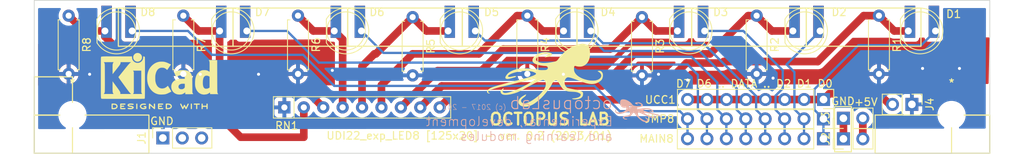
<source format=kicad_pcb>
(kicad_pcb (version 20221018) (generator pcbnew)
  (layers (0 "F.Cu" signal) (31 "B.Cu" signal) (34 "B.Paste" user) (35 "F.Paste" user) (36 "B.SilkS" user "B.Silkscreen") (37 "F.SilkS" user "F.Silkscreen") (38 "B.Mask" user) (39 "F.Mask" user) (44 "Edge.Cuts" user))
  (net 0 "")
  (net 1 "Net-(D1-K)")
  (net 2 "Net-(D1-A)")
  (net 3 "Net-(D2-K)")
  (net 4 "Net-(D2-A)")
  (net 5 "Net-(D3-A)")
  (net 6 "Net-(D4-A)")
  (net 7 "Net-(D5-A)")
  (net 8 "Net-(D6-A)")
  (net 9 "Net-(D7-A)")
  (net 10 "Net-(D8-A)")
  (net 13 "Net-(J2-Pin_1)")
  (net 14 "Net-(J2-Pin_2)")
  (net 15 "GND")
  (net 16 "+5V")
  (footprint "LED_THT:LED_D5.0mm_OCT" (layer "F.Cu") (at 171.898 116)
    (fp_text reference "D3" (at 5.394 -2.462) (layer "F.SilkS"))
    (fp_text value "LED")
    (pad "1" thru_hole rect (at -0.254 0) (size 1.3754 4.202) (drill 0.9 (offset 0.2123 -1.201)) (layers "*.Cu" "*.Mask") (net 1 "Net-(D1-K)"))
    (pad "2" thru_hole rect (at 3.302 0) (size 1.3754 4.202) (drill 0.9 (offset -0.2123 -1.201)) (layers "*.Cu" "*.Mask") (net 5 "Net-(D3-A)"))
  )
  (footprint "LED_THT:LED_D5.0mm_OCT" (layer "F.Cu") (at 127 116)
    (fp_text reference "D6" (at 5.334 -2.462) (layer "F.SilkS"))
    (fp_text value "LED")
    (pad "1" thru_hole rect (at -0.254 0) (size 1.3754 4.202) (drill 0.9 (offset 0.2123 -1.201)) (layers "*.Cu" "*.Mask") (net 3 "Net-(D2-K)"))
    (pad "2" thru_hole rect (at 3.302 0) (size 1.3754 4.202) (drill 0.9 (offset -0.2123 -1.201)) (layers "*.Cu" "*.Mask") (net 8 "Net-(D6-A)"))
  )
  (footprint "Symbol:KiCad-Logo2_6mm_SilkScreen" (layer "F.Cu") (at 103.878514 121.859848)
    (fp_text reference "REF**" hide)
    (fp_text value "KiCad-Logo2_6mm_SilkScreen" hide)
  )
  (footprint "MountingHole:MountingHole_3.2mm_M3" (layer "F.Cu") (at 207.5 127)
    (fp_text reference "*" (at 0 -4.2) (layer "F.SilkS"))
    (fp_text value "MountingHole_3.2mm_M3")
    (pad "" np_thru_hole circle locked (at 0 0) (size 3.2 3.2) (drill 3.2) (layers "*.Cu" "*.Mask"))
  )
  (footprint "Connector_PinHeader_2.54mm:PinHeader_1x08_P2.54mm_Vertical" (layer "F.Cu") (at 190.754 124.968 -90)
    (fp_text reference "UCC1" (at 0.032 21.354 180) (layer "F.SilkS"))
    (fp_text value "Conn_01x08_Male")
    (pad "1" thru_hole rect (at 0 0 270) (size 1.7 1.7) (drill 1) (layers "*.Cu" "*.Mask") (net 16 "+5V"))
    (pad "2" thru_hole oval (at 0 2.54 270) (size 1.7 1.7) (drill 1) (layers "*.Cu" "*.Mask") (net 16 "+5V"))
    (pad "3" thru_hole oval (at 0 5.08 270) (size 1.7 1.7) (drill 1) (layers "*.Cu" "*.Mask") (net 16 "+5V"))
    (pad "4" thru_hole oval (at 0 7.62 270) (size 1.7 1.7) (drill 1) (layers "*.Cu" "*.Mask") (net 16 "+5V"))
    (pad "5" thru_hole oval (at 0 10.16 270) (size 1.7 1.7) (drill 1) (layers "*.Cu" "*.Mask") (net 16 "+5V"))
    (pad "6" thru_hole oval (at 0 12.7 270) (size 1.7 1.7) (drill 1) (layers "*.Cu" "*.Mask") (net 16 "+5V"))
    (pad "7" thru_hole oval (at 0 15.24 270) (size 1.7 1.7) (drill 1) (layers "*.Cu" "*.Mask") (net 16 "+5V"))
    (pad "8" thru_hole oval (at 0 17.78 270) (size 1.7 1.7) (drill 1) (layers "*.Cu" "*.Mask") (net 16 "+5V"))
  )
  (footprint "LED_THT:LED_D5.0mm_OCT" (layer "F.Cu") (at 141.898 116)
    (fp_text reference "D5" (at 5.422 -2.462) (layer "F.SilkS"))
    (fp_text value "LED")
    (pad "1" thru_hole rect (at -0.254 0) (size 1.3754 4.202) (drill 0.9 (offset 0.2123 -1.201)) (layers "*.Cu" "*.Mask") (net 1 "Net-(D1-K)"))
    (pad "2" thru_hole rect (at 3.302 0) (size 1.3754 4.202) (drill 0.9 (offset -0.2123 -1.201)) (layers "*.Cu" "*.Mask") (net 7 "Net-(D5-A)"))
  )
  (footprint "Resistor_THT:R_Axial_DIN0207_L6.3mm_D2.5mm_P7.62mm_Horizontal" (layer "F.Cu") (at 92 114 -90)
    (fp_text reference "R8" (at 3.81 -2.37 90) (layer "F.SilkS"))
    (fp_text value "R")
    (pad "1" thru_hole circle (at 0 0 270) (size 1.6 1.6) (drill 0.8) (layers "*.Cu" "*.Mask") (net 3 "Net-(D2-K)"))
    (pad "2" thru_hole oval (at 7.62 0 270) (size 1.6 1.6) (drill 0.8) (layers "*.Cu" "*.Mask") (net 15 "GND"))
  )
  (footprint "Connector_PinHeader_2.54mm:PinHeader_1x08_P2.54mm_Vertical" (layer "F.Cu") (at 190.74 130.1 -90)
    (fp_text reference "MAIN8" (at 0 21.84 180) (layer "F.SilkS"))
    (fp_text value "Conn_01x08_Male")
    (pad "1" thru_hole rect (at 0 0 270) (size 1.7 1.7) (drill 1) (layers "*.Cu" "*.Mask") (net 2 "Net-(D1-A)"))
    (pad "2" thru_hole oval (at 0 2.54 270) (size 1.7 1.7) (drill 1) (layers "*.Cu" "*.Mask") (net 4 "Net-(D2-A)"))
    (pad "3" thru_hole oval (at 0 5.08 270) (size 1.7 1.7) (drill 1) (layers "*.Cu" "*.Mask") (net 5 "Net-(D3-A)"))
    (pad "4" thru_hole oval (at 0 7.62 270) (size 1.7 1.7) (drill 1) (layers "*.Cu" "*.Mask") (net 6 "Net-(D4-A)"))
    (pad "5" thru_hole oval (at 0 10.16 270) (size 1.7 1.7) (drill 1) (layers "*.Cu" "*.Mask") (net 7 "Net-(D5-A)"))
    (pad "6" thru_hole oval (at 0 12.7 270) (size 1.7 1.7) (drill 1) (layers "*.Cu" "*.Mask") (net 8 "Net-(D6-A)"))
    (pad "7" thru_hole oval (at 0 15.24 270) (size 1.7 1.7) (drill 1) (layers "*.Cu" "*.Mask") (net 9 "Net-(D7-A)"))
    (pad "8" thru_hole oval (at 0 17.78 270) (size 1.7 1.7) (drill 1) (layers "*.Cu" "*.Mask") (net 10 "Net-(D8-A)"))
  )
  (footprint "LED_THT:LED_D5.0mm_OCT" (layer "F.Cu") (at 97 116)
    (fp_text reference "D8" (at 5.362 -2.462) (layer "F.SilkS"))
    (fp_text value "LED")
    (pad "1" thru_hole rect (at -0.254 0) (size 1.3754 4.202) (drill 0.9 (offset 0.2123 -1.201)) (layers "*.Cu" "*.Mask") (net 3 "Net-(D2-K)"))
    (pad "2" thru_hole rect (at 3.302 0) (size 1.3754 4.202) (drill 0.9 (offset -0.2123 -1.201)) (layers "*.Cu" "*.Mask") (net 10 "Net-(D8-A)"))
  )
  (footprint "Connector_PinHeader_2.54mm:PinHeader_1x02_P2.54mm_Vertical" (layer "F.Cu") (at 193.355 130.11 90)
    (fp_text reference "J2" (at 0 -2.33 90) (layer "F.SilkS"))
    (fp_text value "Conn_01x02_Female")
    (pad "1" thru_hole rect (at 0 0 90) (size 1.7 1.7) (drill 1) (layers "*.Cu" "*.Mask") (net 13 "Net-(J2-Pin_1)"))
    (pad "2" thru_hole oval (at 0 2.54 90) (size 1.7 1.7) (drill 1) (layers "*.Cu" "*.Mask") (net 14 "Net-(J2-Pin_2)"))
  )
  (footprint "Resistor_THT:R_Axial_DIN0207_L6.3mm_D2.5mm_P7.62mm_Horizontal" (layer "F.Cu") (at 182 114 -90)
    (fp_text reference "R2" (at 3.81 -2.37 90) (layer "F.SilkS"))
    (fp_text value "R")
    (pad "1" thru_hole circle (at 0 0 270) (size 1.6 1.6) (drill 0.8) (layers "*.Cu" "*.Mask") (net 3 "Net-(D2-K)"))
    (pad "2" thru_hole oval (at 7.62 0 270) (size 1.6 1.6) (drill 0.8) (layers "*.Cu" "*.Mask") (net 15 "GND"))
  )
  (footprint "Connector_PinHeader_2.54mm:PinHeader_1x02_P2.54mm_Vertical" (layer "F.Cu") (at 202.311 125.603 -90)
    (fp_text reference "J4" (at 0 -2.33 90) (layer "F.SilkS"))
    (fp_text value "PWR")
    (pad "1" thru_hole rect (at 0 0 270) (size 1.7 1.7) (drill 1) (layers "*.Cu" "*.Mask") (net 15 "GND"))
    (pad "2" thru_hole oval (at 0 2.54 270) (size 1.7 1.7) (drill 1) (layers "*.Cu" "*.Mask") (net 16 "+5V"))
  )
  (footprint "Resistor_THT:R_Axial_DIN0207_L6.3mm_D2.5mm_P7.62mm_Horizontal" (layer "F.Cu") (at 167 114.19 -90)
    (fp_text reference "R3" (at 3.81 -2.37 90) (layer "F.SilkS"))
    (fp_text value "R")
    (pad "1" thru_hole circle (at 0 0 270) (size 1.6 1.6) (drill 0.8) (layers "*.Cu" "*.Mask") (net 1 "Net-(D1-K)"))
    (pad "2" thru_hole oval (at 7.62 0 270) (size 1.6 1.6) (drill 0.8) (layers "*.Cu" "*.Mask") (net 15 "GND"))
  )
  (footprint "Connector_PinSocket_2.54mm:PinSocket_1x03_P2.54mm_Vertical" (layer "F.Cu") (at 104.32 130 90)
    (fp_text reference "J1" (at 0 -2.77 90) (layer "F.SilkS"))
    (fp_text value "Conn_01x03_Female")
    (pad "1" thru_hole rect (at 0 0 90) (size 1.7 1.7) (drill 1) (layers "*.Cu" "*.Mask") (net 15 "GND"))
    (pad "2" thru_hole oval (at 0 2.54 90) (size 1.7 1.7) (drill 1) (layers "*.Cu" "*.Mask"))
    (pad "3" thru_hole oval (at 0 5.08 90) (size 1.7 1.7) (drill 1) (layers "*.Cu" "*.Mask"))
  )
  (footprint "Resistor_THT:R_Axial_DIN0207_L6.3mm_D2.5mm_P7.62mm_Horizontal" (layer "F.Cu") (at 107 114 -90)
    (fp_text reference "R7" (at 3.81 -2.37 90) (layer "F.SilkS"))
    (fp_text value "R")
    (pad "1" thru_hole circle (at 0 0 270) (size 1.6 1.6) (drill 0.8) (layers "*.Cu" "*.Mask") (net 1 "Net-(D1-K)"))
    (pad "2" thru_hole oval (at 7.62 0 270) (size 1.6 1.6) (drill 0.8) (layers "*.Cu" "*.Mask") (net 15 "GND"))
  )
  (footprint "Resistor_THT:R_Axial_DIN0207_L6.3mm_D2.5mm_P7.62mm_Horizontal" (layer "F.Cu") (at 137 114.19 -90)
    (fp_text reference "R5" (at 3.81 -2.37 90) (layer "F.SilkS"))
    (fp_text value "R")
    (pad "1" thru_hole circle (at 0 0 270) (size 1.6 1.6) (drill 0.8) (layers "*.Cu" "*.Mask") (net 1 "Net-(D1-K)"))
    (pad "2" thru_hole oval (at 7.62 0 270) (size 1.6 1.6) (drill 0.8) (layers "*.Cu" "*.Mask") (net 15 "GND"))
  )
  (footprint "Symbol:symbol16silk_OCTO" (layer "F.Cu") (at 156.2 121.7)
    (fp_text reference "OCTOPUS LAB" (at -1.27 5.842) (layer "F.SilkS") (effects (font (size 1.524 1.524) (thickness 0.3))))
    (fp_text value "LOGO" hide)
  )
  (footprint "Resistor_THT:R_Axial_DIN0207_L6.3mm_D2.5mm_P7.62mm_Horizontal" (layer "F.Cu") (at 152 114 -90)
    (fp_text reference "R4" (at 3.81 -2.37 90) (layer "F.SilkS"))
    (fp_text value "R")
    (pad "1" thru_hole circle (at 0 0 270) (size 1.6 1.6) (drill 0.8) (layers "*.Cu" "*.Mask") (net 3 "Net-(D2-K)"))
    (pad "2" thru_hole oval (at 7.62 0 270) (size 1.6 1.6) (drill 0.8) (layers "*.Cu" "*.Mask") (net 15 "GND"))
  )
  (footprint "LED_THT:LED_D5.0mm_OCT" (layer "F.Cu") (at 202.098 116)
    (fp_text reference "D1" (at 5.674 -2.208) (layer "F.SilkS"))
    (fp_text value "LED")
    (pad "1" thru_hole rect (at -0.254 0) (size 1.3754 4.202) (drill 0.9 (offset 0.2123 -1.201)) (layers "*.Cu" "*.Mask") (net 1 "Net-(D1-K)"))
    (pad "2" thru_hole rect (at 3.302 0) (size 1.3754 4.202) (drill 0.9 (offset -0.2123 -1.201)) (layers "*.Cu" "*.Mask") (net 2 "Net-(D1-A)"))
  )
  (footprint "Connector_PinHeader_2.54mm:PinHeader_1x02_P2.54mm_Vertical" (layer "F.Cu") (at 193.35 127.42 90)
    (fp_text reference "J3" (at 0 -2.33 90) (layer "F.SilkS"))
    (fp_text value "Conn_01x02_Female")
    (pad "1" thru_hole rect (at 0 0 90) (size 1.7 1.7) (drill 1) (layers "*.Cu" "*.Mask") (net 13 "Net-(J2-Pin_1)"))
    (pad "2" thru_hole oval (at 0 2.54 90) (size 1.7 1.7) (drill 1) (layers "*.Cu" "*.Mask") (net 14 "Net-(J2-Pin_2)"))
  )
  (footprint "Resistor_THT:R_Array_SIP9" (layer "F.Cu") (at 120.22 126)
    (fp_text reference "RN1" (at 0.303 2.397) (layer "F.SilkS"))
    (fp_text value "R_Network08")
    (pad "1" thru_hole rect (at 0 0) (size 1.6 1.6) (drill 0.8) (layers "*.Cu" "*.Mask") (net 15 "GND"))
    (pad "2" thru_hole oval (at 2.54 0) (size 1.6 1.6) (drill 0.8) (layers "*.Cu" "*.Mask") (net 3 "Net-(D2-K)"))
    (pad "3" thru_hole oval (at 5.08 0) (size 1.6 1.6) (drill 0.8) (layers "*.Cu" "*.Mask") (net 1 "Net-(D1-K)"))
    (pad "4" thru_hole oval (at 7.62 0) (size 1.6 1.6) (drill 0.8) (layers "*.Cu" "*.Mask") (net 3 "Net-(D2-K)"))
    (pad "5" thru_hole oval (at 10.16 0) (size 1.6 1.6) (drill 0.8) (layers "*.Cu" "*.Mask") (net 1 "Net-(D1-K)"))
    (pad "6" thru_hole oval (at 12.7 0) (size 1.6 1.6) (drill 0.8) (layers "*.Cu" "*.Mask") (net 3 "Net-(D2-K)"))
    (pad "7" thru_hole oval (at 15.24 0) (size 1.6 1.6) (drill 0.8) (layers "*.Cu" "*.Mask") (net 1 "Net-(D1-K)"))
    (pad "8" thru_hole oval (at 17.78 0) (size 1.6 1.6) (drill 0.8) (layers "*.Cu" "*.Mask") (net 3 "Net-(D2-K)"))
    (pad "9" thru_hole oval (at 20.32 0) (size 1.6 1.6) (drill 0.8) (layers "*.Cu" "*.Mask") (net 1 "Net-(D1-K)"))
  )
  (footprint "LED_THT:LED_D5.0mm_OCT" (layer "F.Cu") (at 156.998 116)
    (fp_text reference "D4" (at 5.562 -2.462) (layer "F.SilkS"))
    (fp_text value "LED")
    (pad "1" thru_hole rect (at -0.254 0) (size 1.3754 4.202) (drill 0.9 (offset 0.2123 -1.201)) (layers "*.Cu" "*.Mask") (net 3 "Net-(D2-K)"))
    (pad "2" thru_hole rect (at 3.302 0) (size 1.3754 4.202) (drill 0.9 (offset -0.2123 -1.201)) (layers "*.Cu" "*.Mask") (net 6 "Net-(D4-A)"))
  )
  (footprint "LED_THT:LED_D5.0mm_OCT" (layer "F.Cu") (at 187 116)
    (fp_text reference "D2" (at 5.786 -2.462) (layer "F.SilkS"))
    (fp_text value "LED")
    (pad "1" thru_hole rect (at -0.254 0) (size 1.3754 4.202) (drill 0.9 (offset 0.2123 -1.201)) (layers "*.Cu" "*.Mask") (net 3 "Net-(D2-K)"))
    (pad "2" thru_hole rect (at 3.302 0) (size 1.3754 4.202) (drill 0.9 (offset -0.2123 -1.201)) (layers "*.Cu" "*.Mask") (net 4 "Net-(D2-A)"))
  )
  (footprint "LED_THT:LED_D5.0mm_OCT" (layer "F.Cu") (at 112 116)
    (fp_text reference "D7" (at 5.348 -2.462) (layer "F.SilkS"))
    (fp_text value "LED")
    (pad "1" thru_hole rect (at -0.254 0) (size 1.3754 4.202) (drill 0.9 (offset 0.2123 -1.201)) (layers "*.Cu" "*.Mask") (net 1 "Net-(D1-K)"))
    (pad "2" thru_hole rect (at 3.302 0) (size 1.3754 4.202) (drill 0.9 (offset -0.2123 -1.201)) (layers "*.Cu" "*.Mask") (net 9 "Net-(D7-A)"))
  )
  (footprint "Connector_PinHeader_2.54mm:PinHeader_1x08_P2.54mm_Vertical" (layer "F.Cu") (at 190.74 127.5 -90)
    (fp_text reference "JMP8" (at 0 21.44 180) (layer "F.SilkS"))
    (fp_text value "Conn_01x08_Male")
    (pad "1" thru_hole rect (at 0 0 270) (size 1.7 1.7) (drill 1) (layers "*.Cu" "*.Mask") (net 2 "Net-(D1-A)"))
    (pad "2" thru_hole oval (at 0 2.54 270) (size 1.7 1.7) (drill 1) (layers "*.Cu" "*.Mask") (net 4 "Net-(D2-A)"))
    (pad "3" thru_hole oval (at 0 5.08 270) (size 1.7 1.7) (drill 1) (layers "*.Cu" "*.Mask") (net 5 "Net-(D3-A)"))
    (pad "4" thru_hole oval (at 0 7.62 270) (size 1.7 1.7) (drill 1) (layers "*.Cu" "*.Mask") (net 6 "Net-(D4-A)"))
    (pad "5" thru_hole oval (at 0 10.16 270) (size 1.7 1.7) (drill 1) (layers "*.Cu" "*.Mask") (net 7 "Net-(D5-A)"))
    (pad "6" thru_hole oval (at 0 12.7 270) (size 1.7 1.7) (drill 1) (layers "*.Cu" "*.Mask") (net 8 "Net-(D6-A)"))
    (pad "7" thru_hole oval (at 0 15.24 270) (size 1.7 1.7) (drill 1) (layers "*.Cu" "*.Mask") (net 9 "Net-(D7-A)"))
    (pad "8" thru_hole oval (at 0 17.78 270) (size 1.7 1.7) (drill 1) (layers "*.Cu" "*.Mask") (net 10 "Net-(D8-A)"))
  )
  (footprint "EDUshiled1:OCTOPUSLAB" (layer "F.Cu") (at 170.248448 130.808136)
    (fp_text reference "U$2" hide)
    (fp_text value "" hide)
    (fp_text user "(c) 2017 - 2019" (at -20.955 -4.445) (layer "B.SilkS") (effects (font (size 0.67564 0.67564) (thickness 0.056896)) (justify left bottom mirror)))
    (fp_text user "octopusLab" (at -6.985 -4.445) (layer "B.SilkS") (effects (font (size 1.59258 1.59258) (thickness 0.134112)) (justify left bottom mirror)))
    (fp_text user "Experimental, development\nand learning modules" (at -6.985 -0.3175) (layer "B.SilkS") (effects (font (size 1.2065 1.2065) (thickness 0.1016)) (justify left bottom mirror)))
  )
  (footprint "Resistor_THT:R_Axial_DIN0207_L6.3mm_D2.5mm_P7.62mm_Horizontal" (layer "F.Cu") (at 198 114 -90)
    (fp_text reference "R1" (at 3.81 -2.37 90) (layer "F.SilkS"))
    (fp_text value "R")
    (pad "1" thru_hole circle (at 0 0 270) (size 1.6 1.6) (drill 0.8) (layers "*.Cu" "*.Mask") (net 1 "Net-(D1-K)"))
    (pad "2" thru_hole oval (at 7.62 0 270) (size 1.6 1.6) (drill 0.8) (layers "*.Cu" "*.Mask") (net 15 "GND"))
  )
  (footprint "MountingHole:MountingHole_3.2mm_M3" (layer "F.Cu") (at 92.5 127)
    (fp_text reference "*" (at 0 -4.2) (layer "F.SilkS"))
    (fp_text value "MountingHole_3.2mm_M3")
    (pad "" np_thru_hole circle locked (at 0 0) (size 3.2 3.2) (drill 3.2) (layers "*.Cu" "*.Mask"))
  )
  (footprint "Resistor_THT:R_Axial_DIN0207_L6.3mm_D2.5mm_P7.62mm_Horizontal" (layer "F.Cu") (at 122 114 -90)
    (fp_text reference "R6" (at 3.81 -2.37 90) (layer "F.SilkS"))
    (fp_text value "R")
    (pad "1" thru_hole circle (at 0 0 270) (size 1.6 1.6) (drill 0.8) (layers "*.Cu" "*.Mask") (net 3 "Net-(D2-K)"))
    (pad "2" thru_hole oval (at 7.62 0 270) (size 1.6 1.6) (drill 0.8) (layers "*.Cu" "*.Mask") (net 15 "GND"))
  )
  (gr_rect (start 197.5 127) (end 212.5 132) (stroke (width 0.15)) (fill none) (layer "F.SilkS"))
  (gr_rect (start 143.5 113) (end 158.5 118) (stroke (width 0.15)) (fill none) (layer "F.SilkS"))
  (gr_rect (start 173.5 113) (end 188.5 118) (stroke (width 0.15)) (fill none) (layer "F.SilkS"))
  (gr_rect (start 158.5 113) (end 173.5 118) (stroke (width 0.15)) (fill none) (layer "F.SilkS"))
  (gr_rect (start 87.5 127) (end 102.5 132) (stroke (width 0.15)) (fill none) (layer "F.SilkS"))
  (gr_rect (start 113.5 113) (end 128.5 118) (stroke (width 0.15)) (fill none) (layer "F.SilkS"))
  (gr_rect (start 87.5 127) (end 92.5 132) (stroke (width 0.15)) (fill none) (layer "F.SilkS"))
  (gr_rect (start 87.5 122) (end 92.5 127) (stroke (width 0.15)) (fill none) (layer "F.SilkS"))
  (gr_rect (start 207.5 127) (end 212.5 132) (stroke (width 0.15)) (fill none) (layer "F.SilkS"))
  (gr_rect (start 188.5 113) (end 203.5 118) (stroke (width 0.15)) (fill none) (layer "F.SilkS"))
  (gr_rect (start 98.5 113) (end 113.5 118) (stroke (width 0.15)) (fill none) (layer "F.SilkS"))
  (gr_rect (start 128.5 113) (end 143.5 118) (stroke (width 0.15)) (fill none) (layer "F.SilkS"))
  (gr_rect (start 192.2 125.9) (end 194.4 131.8) (stroke (width 0.15)) (fill none) (layer "F.SilkS"))
  (gr_rect (start 87.5 112) (end 212.5 132) (stroke (width 0.1)) (fill none) (layer "Edge.Cuts"))
  (gr_text "UDI22_exp_LED8 [125x20] - ver. 0.2 (2023/01)" (at 144.4 129.7) (layer "F.SilkS") (effects (font (size 1 1))))
  (gr_text "+5V" (at 196.3 125.3) (layer "F.SilkS") (effects (font (size 1 1))))
  (gr_text "GND" (at 104.2 127.8) (layer "F.SilkS") (effects (font (size 1 1))))
  (gr_text "GND" (at 193.3 125.2) (layer "F.SilkS") (effects (font (size 1 1))))
  (gr_text "D7 D6 .. DATA .. D2 D1 D0\n" (at 181.7 122.9) (layer "F.SilkS") (effects (font (size 1 1))))
  (segment (start 140.26048 121.19952) (end 135.46 126) (width 1) (layer "F.Cu") (net 1))
  (segment (start 111.746 116) (end 111.746 121.746) (width 1) (layer "F.Cu") (net 1))
  (segment (start 111.746 121.746) (end 114.2 124.2) (width 1) (layer "F.Cu") (net 1))
  (segment (start 138.81 116) (end 141.644 116) (width 1) (layer "F.Cu") (net 1))
  (segment (start 114.2 124.2) (end 123.5 124.2) (width 1) (layer "F.Cu") (net 1))
  (segment (start 132 119) (end 130.38 120.62) (width 1) (layer "F.Cu") (net 1))
  (segment (start 200 116) (end 201.844 116) (width 1) (layer "F.Cu") (net 1))
  (segment (start 141.54 125) (end 140.54 126) (width 1) (layer "F.Cu") (net 1))
  (segment (start 148.844 118.364) (end 146.00848 121.19952) (width 1) (layer "F.Cu") (net 1))
  (segment (start 196 114) (end 190 120) (width 1) (layer "F.Cu") (net 1))
  (segment (start 137 114.19) (end 132.19 119) (width 1) (layer "F.Cu") (net 1))
  (segment (start 198 114) (end 196 114) (width 1) (layer "F.Cu") (net 1))
  (segment (start 167 114.19) (end 168.81 116) (width 1) (layer "F.Cu") (net 1))
  (segment (start 168.81 116) (end 171.644 116) (width 1) (layer "F.Cu") (net 1))
  (segment (start 123.5 124.2) (end 125.3 126) (width 1) (layer "F.Cu") (net 1))
  (segment (start 177.496857 120.19952) (end 172.80048 120.19952) (width 1) (layer "F.Cu") (net 1))
  (segment (start 162.826 118.364) (end 148.844 118.364) (width 1) (layer "F.Cu") (net 1))
  (segment (start 137 114.19) (end 138.81 116) (width 1) (layer "F.Cu") (net 1))
  (segment (start 109 116) (end 111.746 116) (width 1) (layer "F.Cu") (net 1))
  (segment (start 132.19 119) (end 132 119) (width 1) (layer "F.Cu") (net 1))
  (segment (start 198 114) (end 200 116) (width 1) (layer "F.Cu") (net 1))
  (segment (start 167 114.19) (end 162.826 118.364) (width 1) (layer "F.Cu") (net 1))
  (segment (start 168 125) (end 141.54 125) (width 1) (layer "F.Cu") (net 1))
  (segment (start 172.80048 120.19952) (end 168 125) (width 1) (layer "F.Cu") (net 1))
  (segment (start 130.38 120.62) (end 130.38 126) (width 1) (layer "F.Cu") (net 1))
  (segment (start 107 114) (end 109 116) (width 1) (layer "F.Cu") (net 1))
  (segment (start 190 120) (end 177.696378 120) (width 1) (layer "F.Cu") (net 1))
  (segment (start 177.696378 120) (end 177.496857 120.19952) (width 1) (layer "F.Cu") (net 1))
  (segment (start 146.00848 121.19952) (end 140.26048 121.19952) (width 1) (layer "F.Cu") (net 1))
  (segment (start 203.544 117.856) (end 205.4 116) (width 0.3) (layer "B.Cu") (net 2))
  (segment (start 190.74 127.5) (end 189.554489 126.314489) (width 0.3) (layer "B.Cu") (net 2))
  (segment (start 195.326 117.856) (end 203.544 117.856) (width 0.3) (layer "B.Cu") (net 2))
  (segment (start 189.554489 123.627511) (end 195.326 117.856) (width 0.3) (layer "B.Cu") (net 2))
  (segment (start 189.554489 126.314489) (end 189.554489 123.627511) (width 0.3) (layer "B.Cu") (net 2))
  (segment (start 190.74 130.1) (end 190.74 127.5) (width 0.3) (layer "B.Cu") (net 2))
  (segment (start 111.6 127) (end 114.5 129.9) (width 1) (layer "F.Cu") (net 3))
  (segment (start 152 114) (end 150.668 114) (width 1) (layer "F.Cu") (net 3))
  (segment (start 92 114) (end 94 116) (width 1) (layer "F.Cu") (net 3))
  (segment (start 166 119) (end 161.80048 123.19952) (width 1) (layer "F.Cu") (net 3))
  (segment (start 137 119) (end 132.92 123.08) (width 1) (layer "F.Cu") (net 3))
  (segment (start 94 116) (end 96.746 116) (width 1) (layer "F.Cu") (net 3))
  (segment (start 150.668 114) (end 145.668 119) (width 1) (layer "F.Cu") (net 3))
  (segment (start 182 114) (end 180.894 114) (width 1) (layer "F.Cu") (net 3))
  (segment (start 127.84 117.094) (end 127.84 126) (width 1) (layer "F.Cu") (net 3))
  (segment (start 175.894 119) (end 166 119) (width 1) (layer "F.Cu") (net 3))
  (segment (start 184 116) (end 186.746 116) (width 1) (layer "F.Cu") (net 3))
  (segment (start 107 127) (end 111.6 127) (width 1) (layer "F.Cu") (net 3))
  (segment (start 145.668 119) (end 137 119) (width 1) (layer "F.Cu") (net 3))
  (segment (start 126.746 116) (end 127.84 117.094) (width 1) (layer "F.Cu") (net 3))
  (segment (start 96.746 116) (end 96.746 116.746) (width 1) (layer "F.Cu") (net 3))
  (segment (start 140.80048 123.19952) (end 138 126) (width 1) (layer "F.Cu") (net 3))
  (segment (start 182 114) (end 184 116) (width 1) (layer "F.Cu") (net 3))
  (segment (start 132.92 123.08) (end 132.92 126) (width 1) (layer "F.Cu") (net 3))
  (segment (start 152 114) (end 154 116) (width 1) (layer "F.Cu") (net 3))
  (segment (start 124 116) (end 126.746 116) (width 1) (layer "F.Cu") (net 3))
  (segment (start 161.80048 123.19952) (end 140.80048 123.19952) (width 1) (layer "F.Cu") (net 3))
  (segment (start 122 114) (end 124 116) (width 1) (layer "F.Cu") (net 3))
  (segment (start 96.746 116.746) (end 107 127) (width 1) (layer "F.Cu") (net 3))
  (segment (start 114.5 129.9) (end 122.76 129.9) (width 1) (layer "F.Cu") (net 3))
  (segment (start 154 116) (end 156.744 116) (width 1) (layer "F.Cu") (net 3))
  (segment (start 180.894 114) (end 175.894 119) (width 1) (layer "F.Cu") (net 3))
  (segment (start 122.76 129.9) (end 122.76 126) (width 1) (layer "F.Cu") (net 3))
  (segment (start 188.2 130.288) (end 188.2 127.5) (width 0.3) (layer "B.Cu") (net 4))
  (segment (start 188.2 130.1) (end 188.214 130.114) (width 0.3) (layer "B.Cu") (net 4))
  (segment (start 186.944 121.39) (end 186.944 126.244) (width 0.3) (layer "B.Cu") (net 4))
  (segment (start 188.214 130.302) (end 188.2 130.288) (width 0.3) (layer "B.Cu") (net 4))
  (segment (start 190.302 116) (end 185.928 120.374) (width 0.3) (layer "B.Cu") (net 4))
  (segment (start 188.214 130.114) (end 188.214 130.302) (width 0.3) (layer "B.Cu") (net 4))
  (segment (start 185.928 120.374) (end 186.944 121.39) (width 0.3) (layer "B.Cu") (net 4))
  (segment (start 186.944 126.244) (end 188.2 127.5) (width 0.3) (layer "B.Cu") (net 4))
  (segment (start 175.2 116) (end 180.262 116) (width 0.3) (layer "B.Cu") (net 5))
  (segment (start 184.474489 124.471145) (end 184.474489 126.314489) (width 0.3) (layer "B.Cu") (net 5))
  (segment (start 180.262 116) (end 185.42 121.158) (width 0.3) (layer "B.Cu") (net 5))
  (segment (start 185.42 121.158) (end 185.42 123.525634) (width 0.3) (layer "B.Cu") (net 5))
  (segment (start 184.474489 126.314489) (end 185.66 127.5) (width 0.3) (layer "B.Cu") (net 5))
  (segment (start 185.42 123.525634) (end 184.474489 124.471145) (width 0.3) (layer "B.Cu") (net 5))
  (segment (start 185.66 130.1) (end 185.66 127.5) (width 0.3) (layer "B.Cu") (net 5))
  (segment (start 181.934489 126.314489) (end 183.12 127.5) (width 0.3) (layer "B.Cu") (net 6))
  (segment (start 161.902 117.602) (end 175.006 117.602) (width 0.3) (layer "B.Cu") (net 6))
  (segment (start 160.3 116) (end 161.902 117.602) (width 0.3) (layer "B.Cu") (net 6))
  (segment (start 183.12 130.1) (end 183.12 127.5) (width 0.3) (layer "B.Cu") (net 6))
  (segment (start 175.006 117.602) (end 181.934489 124.530489) (width 0.3) (layer "B.Cu") (net 6))
  (segment (start 181.934489 124.530489) (end 181.934489 126.314489) (width 0.3) (layer "B.Cu") (net 6))
  (segment (start 180.58 130.1) (end 180.58 127.5) (width 0.3) (layer "B.Cu") (net 7))
  (segment (start 145.2 116) (end 146.449511 117.249511) (width 0.3) (layer "B.Cu") (net 7))
  (segment (start 162.052 118.618) (end 174.498 118.618) (width 0.3) (layer "B.Cu") (net 7))
  (segment (start 174.498 118.618) (end 179.394489 123.514489) (width 0.3) (layer "B.Cu") (net 7))
  (segment (start 160.683511 117.249511) (end 162.052 118.618) (width 0.3) (layer "B.Cu") (net 7))
  (segment (start 179.394489 126.314489) (end 180.58 127.5) (width 0.3) (layer "B.Cu") (net 7))
  (segment (start 179.394489 123.514489) (end 179.394489 126.314489) (width 0.3) (layer "B.Cu") (net 7))
  (segment (start 146.449511 117.249511) (end 160.683511 117.249511) (width 0.3) (layer "B.Cu") (net 7))
  (segment (start 176.854489 122.752489) (end 176.854489 126.314489) (width 0.3) (layer "B.Cu") (net 8))
  (segment (start 159.004 118.872) (end 159.512 119.38) (width 0.3) (layer "B.Cu") (net 8))
  (segment (start 133.174 118.872) (end 159.004 118.872) (width 0.3) (layer "B.Cu") (net 8))
  (segment (start 178.04 130.1) (end 178.04 127.5) (width 0.3) (layer "B.Cu") (net 8))
  (segment (start 173.482 119.38) (end 176.854489 122.752489) (width 0.3) (layer "B.Cu") (net 8))
  (segment (start 176.854489 126.314489) (end 178.04 127.5) (width 0.3) (layer "B.Cu") (net 8))
  (segment (start 130.302 116) (end 133.174 118.872) (width 0.3) (layer "B.Cu") (net 8))
  (segment (start 159.512 119.38) (end 173.482 119.38) (width 0.3) (layer "B.Cu") (net 8))
  (segment (start 158.496 120.142) (end 158.75 120.396) (width 0.3) (layer "B.Cu") (net 9))
  (segment (start 175.5 130.1) (end 175.5 127.5) (width 0.3) (layer "B.Cu") (net 9))
  (segment (start 124.714 120.142) (end 158.496 120.142) (width 0.3) (layer "B.Cu") (net 9))
  (segment (start 115.302 116) (end 120.572 116) (width 0.3) (layer "B.Cu") (net 9))
  (segment (start 174.314489 126.314489) (end 175.5 127.5) (width 0.3) (layer "B.Cu") (net 9))
  (segment (start 120.572 116) (end 124.714 120.142) (width 0.3) (layer "B.Cu") (net 9))
  (segment (start 174.314489 121.736489) (end 174.314489 126.314489) (width 0.3) (layer "B.Cu") (net 9))
  (segment (start 172.974 120.396) (end 174.314489 121.736489) (width 0.3) (layer "B.Cu") (net 9))
  (segment (start 158.75 120.396) (end 172.974 120.396) (width 0.3) (layer "B.Cu") (net 9))
  (segment (start 110.744 119.126) (end 122.682 119.126) (width 0.3) (layer "B.Cu") (net 10))
  (segment (start 160.782 123.19) (end 164.084 126.492) (width 0.3) (layer "B.Cu") (net 10))
  (segment (start 107.618 116) (end 110.744 119.126) (width 0.3) (layer "B.Cu") (net 10))
  (segment (start 172.96 130.1) (end 172.96 127.5) (width 0.3) (layer "B.Cu") (net 10))
  (segment (start 122.682 119.126) (end 126.746 123.19) (width 0.3) (layer "B.Cu") (net 10))
  (segment (start 100.302 116) (end 107.618 116) (width 0.3) (layer "B.Cu") (net 10))
  (segment (start 171.952 126.492) (end 172.96 127.5) (width 0.3) (layer "B.Cu") (net 10))
  (segment (start 164.084 126.492) (end 171.952 126.492) (width 0.3) (layer "B.Cu") (net 10))
  (segment (start 126.746 123.19) (end 160.782 123.19) (width 0.3) (layer "B.Cu") (net 10))
  (segment (start 193.355 130.11) (end 193.355 127.425) (width 1) (layer "F.Cu") (net 13))
  (segment (start 193.355 127.425) (end 193.35 127.42) (width 1) (layer "F.Cu") (net 13))
  (segment (start 195.89 127.42) (end 195.89 130.105) (width 1) (layer "F.Cu") (net 14))
  (segment (start 195.89 130.105) (end 195.895 130.11) (width 1) (layer "F.Cu") (net 14))
  (via (at 184.15 122.174) (size 0.8) (drill 0.4) (layers "F.Cu" "B.Cu") (net 15))
  (via (at 116.84 121.666) (size 0.8) (drill 0.4) (layers "F.Cu" "B.Cu") (net 15))
  (via (at 203.708 120.904) (size 0.8) (drill 0.4) (layers "F.Cu" "B.Cu") (net 15))
  (via (at 94.742 121.666) (size 0.8) (drill 0.4) (layers "F.Cu" "B.Cu") (net 15))
  (via (at 126.492 121.158) (size 0.8) (drill 0.4) (layers "F.Cu" "B.Cu") (net 15))
  (via (at 109.22 121.666) (size 0.8) (drill 0.4) (layers "F.Cu" "B.Cu") (net 15))
  (via (at 208.534 120.904) (size 0.8) (drill 0.4) (layers "F.Cu" "B.Cu") (net 15))
  (via (at 156.718 121.666) (size 0.8) (drill 0.4) (layers "F.Cu" "B.Cu") (net 15))
  (via (at 172.974 122.428) (size 0.8) (drill 0.4) (layers "F.Cu" "B.Cu") (net 15))
  (via (at 169.164 121.666) (size 0.8) (drill 0.4) (layers "F.Cu" "B.Cu") (net 15))
  (segment (start 175.514 124.968) (end 178.054 124.968) (width 1) (layer "F.Cu") (net 16))
  (segment (start 178.054 124.968) (end 180.594 124.968) (width 1) (layer "F.Cu") (net 16))
  (segment (start 197.993 124.206) (end 191.516 124.206) (width 1) (layer "F.Cu") (net 16))
  (segment (start 172.974 124.968) (end 175.514 124.968) (width 1) (layer "F.Cu") (net 16))
  (segment (start 191.516 124.206) (end 190.754 124.968) (width 1) (layer "F.Cu") (net 16))
  (segment (start 188.214 124.968) (end 190.754 124.968) (width 1) (layer "F.Cu") (net 16))
  (segment (start 199.39 125.603) (end 197.993 124.206) (width 1) (layer "F.Cu") (net 16))
  (segment (start 185.674 124.968) (end 188.214 124.968) (width 1) (layer "F.Cu") (net 16))
  (segment (start 199.771 125.603) (end 199.39 125.603) (width 1) (layer "F.Cu") (net 16))
  (segment (start 183.134 124.968) (end 185.674 124.968) (width 1) (layer "F.Cu") (net 16))
  (segment (start 180.594 124.968) (end 183.134 124.968) (width 1) (layer "F.Cu") (net 16))
  (zone (net 15) (net_name "GND") (layer "F.Cu") (connect_pads (clearance 0.508)) (min_thickness 0.254) (fill yes (thermal_gap 0.508) (thermal_bridge_width 0.508))
    (polygon (pts (xy 212.344 122.936) (xy 88.011 123.19) (xy 88.011 117.729) (xy 88.392 117.221) (xy 212.471 116.84)))
  )
  (zone (net 15) (net_name "GND") (layer "B.Cu") (connect_pads (clearance 0.508)) (min_thickness 0.254) (fill yes (thermal_gap 0.508) (thermal_bridge_width 0.508))
    (polygon (pts (xy 211.963 128.778) (xy 88.011 128.841) (xy 88 113) (xy 212 113)))
  )
)
</source>
